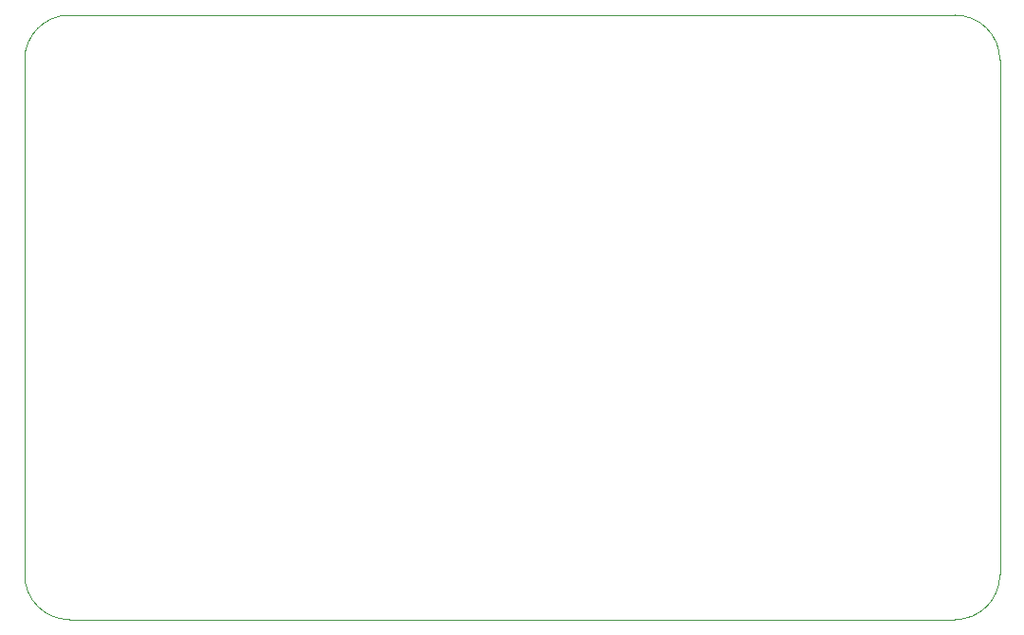
<source format=gbr>
%TF.GenerationSoftware,KiCad,Pcbnew,9.0.4*%
%TF.CreationDate,2025-09-15T17:12:11-07:00*%
%TF.ProjectId,motordriver,6d6f746f-7264-4726-9976-65722e6b6963,rev?*%
%TF.SameCoordinates,Original*%
%TF.FileFunction,Profile,NP*%
%FSLAX46Y46*%
G04 Gerber Fmt 4.6, Leading zero omitted, Abs format (unit mm)*
G04 Created by KiCad (PCBNEW 9.0.4) date 2025-09-15 17:12:11*
%MOMM*%
%LPD*%
G01*
G04 APERTURE LIST*
%TA.AperFunction,Profile*%
%ADD10C,0.050000*%
%TD*%
G04 APERTURE END LIST*
D10*
X4000000Y-54000000D02*
G75*
G02*
X0Y-50000000I0J4000000D01*
G01*
X87000000Y-50000000D02*
G75*
G02*
X83000000Y-54000000I-4000000J0D01*
G01*
X83000000Y0D02*
G75*
G02*
X87000000Y-4000000I0J-4000000D01*
G01*
X0Y-4000000D02*
G75*
G02*
X4000000Y0I4000000J0D01*
G01*
X83000000Y0D02*
X4000000Y0D01*
X4000000Y-54000000D02*
X83000000Y-54000000D01*
X0Y-4000000D02*
X0Y-50000000D01*
X87000000Y-50000000D02*
X87000000Y-4000000D01*
M02*

</source>
